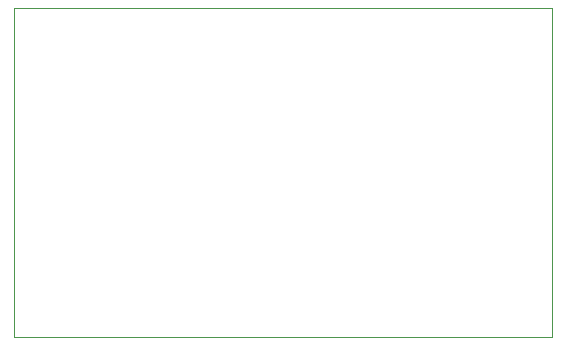
<source format=gbp>
G04 (created by PCBNEW-RS274X (2010-05-05 BZR 2356)-stable) date Fri 25 Feb 2011 10:53:11 AM CET*
G01*
G70*
G90*
%MOIN*%
G04 Gerber Fmt 3.4, Leading zero omitted, Abs format*
%FSLAX34Y34*%
G04 APERTURE LIST*
%ADD10C,0.006000*%
%ADD11C,0.001000*%
G04 APERTURE END LIST*
G54D10*
G54D11*
X16650Y-21650D02*
X34600Y-21650D01*
X16650Y-32600D02*
X16650Y-21650D01*
X34600Y-32600D02*
X16650Y-32600D01*
X34600Y-21650D02*
X34600Y-32600D01*
M02*

</source>
